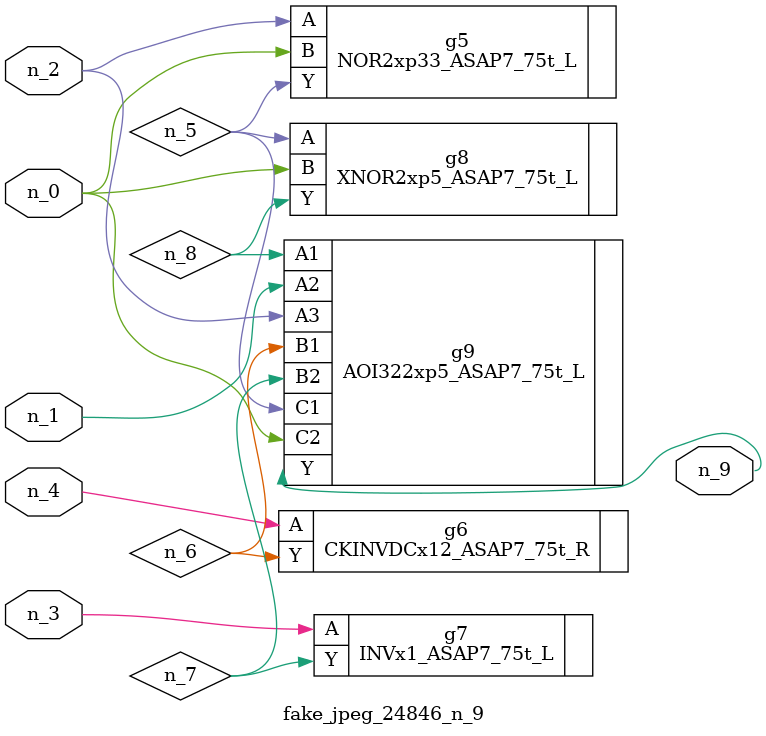
<source format=v>
module fake_jpeg_24846_n_9 (n_3, n_2, n_1, n_0, n_4, n_9);

input n_3;
input n_2;
input n_1;
input n_0;
input n_4;

output n_9;

wire n_8;
wire n_6;
wire n_5;
wire n_7;

NOR2xp33_ASAP7_75t_L g5 ( 
.A(n_2),
.B(n_0),
.Y(n_5)
);

CKINVDCx12_ASAP7_75t_R g6 ( 
.A(n_4),
.Y(n_6)
);

INVx1_ASAP7_75t_L g7 ( 
.A(n_3),
.Y(n_7)
);

XNOR2xp5_ASAP7_75t_L g8 ( 
.A(n_5),
.B(n_0),
.Y(n_8)
);

AOI322xp5_ASAP7_75t_L g9 ( 
.A1(n_8),
.A2(n_1),
.A3(n_2),
.B1(n_6),
.B2(n_7),
.C1(n_5),
.C2(n_0),
.Y(n_9)
);


endmodule
</source>
